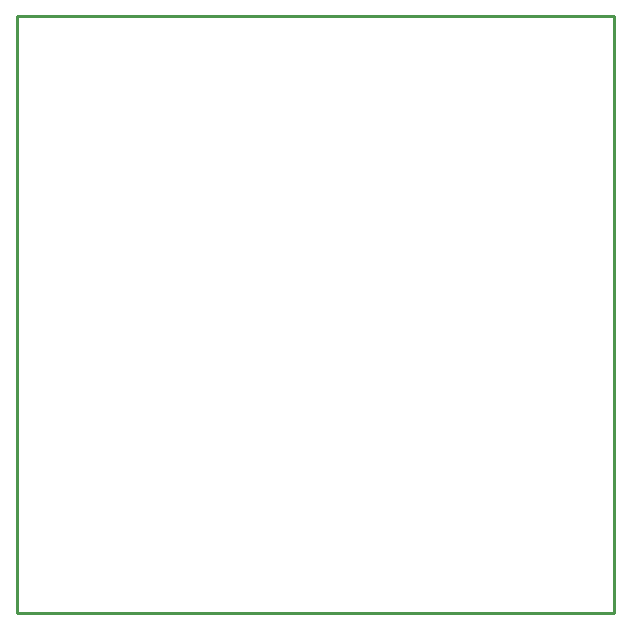
<source format=gko>
G04 Layer_Color=16711935*
%FSAX24Y24*%
%MOIN*%
G70*
G01*
G75*
%ADD24C,0.0100*%
D24*
X010050Y029950D02*
X029950D01*
Y010050D02*
Y029950D01*
X010050Y010050D02*
X029950D01*
X010050D02*
Y029950D01*
M02*

</source>
